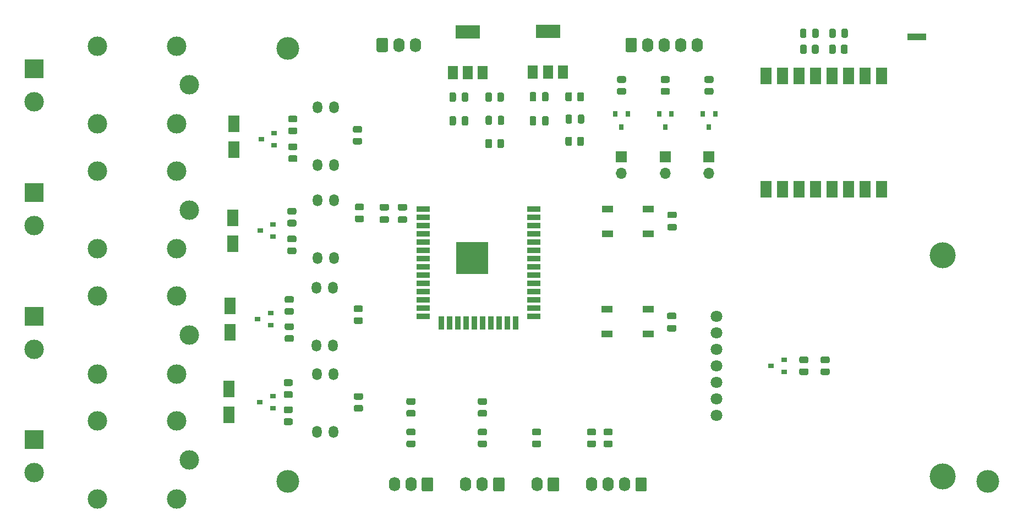
<source format=gbr>
%TF.GenerationSoftware,KiCad,Pcbnew,(5.1.9)-1*%
%TF.CreationDate,2021-07-20T21:45:38-05:00*%
%TF.ProjectId,Control de Gabinetes,436f6e74-726f-46c2-9064-652047616269,rev?*%
%TF.SameCoordinates,Original*%
%TF.FileFunction,Soldermask,Top*%
%TF.FilePolarity,Negative*%
%FSLAX46Y46*%
G04 Gerber Fmt 4.6, Leading zero omitted, Abs format (unit mm)*
G04 Created by KiCad (PCBNEW (5.1.9)-1) date 2021-07-20 21:45:38*
%MOMM*%
%LPD*%
G01*
G04 APERTURE LIST*
%ADD10O,1.450000X1.850000*%
%ADD11R,3.000000X1.000000*%
%ADD12C,3.500000*%
%ADD13C,3.000000*%
%ADD14R,3.000000X3.000000*%
%ADD15C,4.000000*%
%ADD16C,1.800000*%
%ADD17R,1.780000X2.500000*%
%ADD18R,1.800000X2.500000*%
%ADD19R,0.900000X0.800000*%
%ADD20R,0.800000X0.900000*%
%ADD21R,2.000000X0.900000*%
%ADD22R,0.900000X2.000000*%
%ADD23R,5.000000X5.000000*%
%ADD24O,1.740000X2.190000*%
%ADD25O,1.700000X1.700000*%
%ADD26R,1.700000X1.700000*%
%ADD27R,1.700000X1.000000*%
%ADD28R,1.500000X2.000000*%
%ADD29R,3.800000X2.000000*%
G04 APERTURE END LIST*
D10*
%TO.C,U9*%
X114180000Y-103775000D03*
X116720000Y-103775000D03*
X116720000Y-112675000D03*
X114180000Y-112675000D03*
%TD*%
%TO.C,U8*%
X114080000Y-90500000D03*
X116620000Y-90500000D03*
X116620000Y-99400000D03*
X114080000Y-99400000D03*
%TD*%
%TO.C,U7*%
X114230000Y-77050000D03*
X116770000Y-77050000D03*
X116770000Y-85950000D03*
X114230000Y-85950000D03*
%TD*%
%TO.C,U6*%
X114226879Y-62750000D03*
X116766879Y-62750000D03*
X116766879Y-71650000D03*
X114226879Y-71650000D03*
%TD*%
D11*
%TO.C,AE1*%
X206480000Y-51900000D03*
%TD*%
D12*
%TO.C,H3*%
X109700000Y-120300000D03*
%TD*%
%TO.C,H2*%
X217350000Y-120300000D03*
%TD*%
%TO.C,H1*%
X109700000Y-53650000D03*
%TD*%
D13*
%TO.C,J10*%
X70650000Y-119000000D03*
D14*
X70650000Y-113920000D03*
%TD*%
D13*
%TO.C,J9*%
X70650000Y-99976666D03*
D14*
X70650000Y-94896666D03*
%TD*%
D13*
%TO.C,J8*%
X70650000Y-80953333D03*
D14*
X70650000Y-75873333D03*
%TD*%
D13*
%TO.C,J7*%
X70650000Y-61930000D03*
D14*
X70650000Y-56850000D03*
%TD*%
D15*
%TO.C,U5*%
X210400000Y-119550000D03*
X210400000Y-85550000D03*
D16*
X175600000Y-110170000D03*
X175600000Y-107630000D03*
X175600000Y-105090000D03*
X175600000Y-102550000D03*
X175600000Y-100010000D03*
X175600000Y-97470000D03*
X175600000Y-94930000D03*
%TD*%
D13*
%TO.C,K1*%
X94550000Y-59300000D03*
X92550000Y-65300000D03*
X80350000Y-65300000D03*
X80350000Y-53300000D03*
X92550000Y-53300000D03*
%TD*%
D17*
%TO.C,U4*%
X201025000Y-75325000D03*
X198485000Y-75325000D03*
X195945000Y-75325000D03*
X193405000Y-75325000D03*
X190865000Y-75325000D03*
X188325000Y-75325000D03*
X185785000Y-75325000D03*
X183245000Y-75325000D03*
X183245000Y-57875000D03*
X185785000Y-57875000D03*
X188325000Y-57875000D03*
X201025000Y-57875000D03*
X198485000Y-57875000D03*
X190865000Y-57875000D03*
X195945000Y-57875000D03*
X193405000Y-57875000D03*
%TD*%
%TO.C,C8*%
G36*
G01*
X169225000Y-95350000D02*
X168275000Y-95350000D01*
G75*
G02*
X168025000Y-95100000I0J250000D01*
G01*
X168025000Y-94600000D01*
G75*
G02*
X168275000Y-94350000I250000J0D01*
G01*
X169225000Y-94350000D01*
G75*
G02*
X169475000Y-94600000I0J-250000D01*
G01*
X169475000Y-95100000D01*
G75*
G02*
X169225000Y-95350000I-250000J0D01*
G01*
G37*
G36*
G01*
X169225000Y-97250000D02*
X168275000Y-97250000D01*
G75*
G02*
X168025000Y-97000000I0J250000D01*
G01*
X168025000Y-96500000D01*
G75*
G02*
X168275000Y-96250000I250000J0D01*
G01*
X169225000Y-96250000D01*
G75*
G02*
X169475000Y-96500000I0J-250000D01*
G01*
X169475000Y-97000000D01*
G75*
G02*
X169225000Y-97250000I-250000J0D01*
G01*
G37*
%TD*%
%TO.C,C7*%
G36*
G01*
X168325000Y-80700000D02*
X169275000Y-80700000D01*
G75*
G02*
X169525000Y-80950000I0J-250000D01*
G01*
X169525000Y-81450000D01*
G75*
G02*
X169275000Y-81700000I-250000J0D01*
G01*
X168325000Y-81700000D01*
G75*
G02*
X168075000Y-81450000I0J250000D01*
G01*
X168075000Y-80950000D01*
G75*
G02*
X168325000Y-80700000I250000J0D01*
G01*
G37*
G36*
G01*
X168325000Y-78800000D02*
X169275000Y-78800000D01*
G75*
G02*
X169525000Y-79050000I0J-250000D01*
G01*
X169525000Y-79550000D01*
G75*
G02*
X169275000Y-79800000I-250000J0D01*
G01*
X168325000Y-79800000D01*
G75*
G02*
X168075000Y-79550000I0J250000D01*
G01*
X168075000Y-79050000D01*
G75*
G02*
X168325000Y-78800000I250000J0D01*
G01*
G37*
%TD*%
D13*
%TO.C,K3*%
X94550000Y-97766666D03*
X92550000Y-103766666D03*
X80350000Y-103766666D03*
X80350000Y-91766666D03*
X92550000Y-91766666D03*
%TD*%
D18*
%TO.C,D3*%
X101350000Y-69250000D03*
X101350000Y-65250000D03*
%TD*%
D19*
%TO.C,Q2*%
X105583334Y-67637500D03*
X107583334Y-66687500D03*
X107583334Y-68587500D03*
%TD*%
%TO.C,R25*%
G36*
G01*
X109999999Y-65850000D02*
X110900001Y-65850000D01*
G75*
G02*
X111150000Y-66099999I0J-249999D01*
G01*
X111150000Y-66625001D01*
G75*
G02*
X110900001Y-66875000I-249999J0D01*
G01*
X109999999Y-66875000D01*
G75*
G02*
X109750000Y-66625001I0J249999D01*
G01*
X109750000Y-66099999D01*
G75*
G02*
X109999999Y-65850000I249999J0D01*
G01*
G37*
G36*
G01*
X109999999Y-64025000D02*
X110900001Y-64025000D01*
G75*
G02*
X111150000Y-64274999I0J-249999D01*
G01*
X111150000Y-64800001D01*
G75*
G02*
X110900001Y-65050000I-249999J0D01*
G01*
X109999999Y-65050000D01*
G75*
G02*
X109750000Y-64800001I0J249999D01*
G01*
X109750000Y-64274999D01*
G75*
G02*
X109999999Y-64025000I249999J0D01*
G01*
G37*
%TD*%
%TO.C,R21*%
G36*
G01*
X110900001Y-69337500D02*
X109999999Y-69337500D01*
G75*
G02*
X109750000Y-69087501I0J249999D01*
G01*
X109750000Y-68562499D01*
G75*
G02*
X109999999Y-68312500I249999J0D01*
G01*
X110900001Y-68312500D01*
G75*
G02*
X111150000Y-68562499I0J-249999D01*
G01*
X111150000Y-69087501D01*
G75*
G02*
X110900001Y-69337500I-249999J0D01*
G01*
G37*
G36*
G01*
X110900001Y-71162500D02*
X109999999Y-71162500D01*
G75*
G02*
X109750000Y-70912501I0J249999D01*
G01*
X109750000Y-70387499D01*
G75*
G02*
X109999999Y-70137500I249999J0D01*
G01*
X110900001Y-70137500D01*
G75*
G02*
X111150000Y-70387499I0J-249999D01*
G01*
X111150000Y-70912501D01*
G75*
G02*
X110900001Y-71162500I-249999J0D01*
G01*
G37*
%TD*%
D20*
%TO.C,Q8*%
X161025000Y-65750000D03*
X160075000Y-63750000D03*
X161975000Y-63750000D03*
%TD*%
%TO.C,Q7*%
X167750000Y-65750000D03*
X166800000Y-63750000D03*
X168700000Y-63750000D03*
%TD*%
%TO.C,Q6*%
X174475000Y-65750000D03*
X173525000Y-63750000D03*
X175425000Y-63750000D03*
%TD*%
D19*
%TO.C,Q5*%
X105400000Y-108100000D03*
X107400000Y-107150000D03*
X107400000Y-109050000D03*
%TD*%
%TO.C,Q4*%
X105033334Y-95333332D03*
X107033334Y-94383332D03*
X107033334Y-96283332D03*
%TD*%
%TO.C,Q3*%
X105433334Y-81716666D03*
X107433334Y-80766666D03*
X107433334Y-82666666D03*
%TD*%
D21*
%TO.C,U1*%
X147550000Y-78445000D03*
X147550000Y-79715000D03*
X147550000Y-80985000D03*
X147550000Y-82255000D03*
X147550000Y-83525000D03*
X147550000Y-84795000D03*
X147550000Y-86065000D03*
X147550000Y-87335000D03*
X147550000Y-88605000D03*
X147550000Y-89875000D03*
X147550000Y-91145000D03*
X147550000Y-92415000D03*
X147550000Y-93685000D03*
X147550000Y-94955000D03*
D22*
X144765000Y-95955000D03*
X143495000Y-95955000D03*
X142225000Y-95955000D03*
X140955000Y-95955000D03*
X139685000Y-95955000D03*
X138415000Y-95955000D03*
X137145000Y-95955000D03*
X135875000Y-95955000D03*
X134605000Y-95955000D03*
X133335000Y-95955000D03*
D21*
X130550000Y-94955000D03*
X130550000Y-93685000D03*
X130550000Y-92415000D03*
X130550000Y-91145000D03*
X130550000Y-89875000D03*
X130550000Y-88605000D03*
X130550000Y-87335000D03*
X130550000Y-86065000D03*
X130550000Y-84795000D03*
X130550000Y-83525000D03*
X130550000Y-82255000D03*
X130550000Y-80985000D03*
X130550000Y-79715000D03*
X130550000Y-78445000D03*
D23*
X138050000Y-85945000D03*
%TD*%
%TO.C,D8*%
G36*
G01*
X189475000Y-50893750D02*
X189475000Y-51806250D01*
G75*
G02*
X189231250Y-52050000I-243750J0D01*
G01*
X188743750Y-52050000D01*
G75*
G02*
X188500000Y-51806250I0J243750D01*
G01*
X188500000Y-50893750D01*
G75*
G02*
X188743750Y-50650000I243750J0D01*
G01*
X189231250Y-50650000D01*
G75*
G02*
X189475000Y-50893750I0J-243750D01*
G01*
G37*
G36*
G01*
X191350000Y-50893750D02*
X191350000Y-51806250D01*
G75*
G02*
X191106250Y-52050000I-243750J0D01*
G01*
X190618750Y-52050000D01*
G75*
G02*
X190375000Y-51806250I0J243750D01*
G01*
X190375000Y-50893750D01*
G75*
G02*
X190618750Y-50650000I243750J0D01*
G01*
X191106250Y-50650000D01*
G75*
G02*
X191350000Y-50893750I0J-243750D01*
G01*
G37*
%TD*%
%TO.C,D7*%
G36*
G01*
X194875000Y-51806250D02*
X194875000Y-50893750D01*
G75*
G02*
X195118750Y-50650000I243750J0D01*
G01*
X195606250Y-50650000D01*
G75*
G02*
X195850000Y-50893750I0J-243750D01*
G01*
X195850000Y-51806250D01*
G75*
G02*
X195606250Y-52050000I-243750J0D01*
G01*
X195118750Y-52050000D01*
G75*
G02*
X194875000Y-51806250I0J243750D01*
G01*
G37*
G36*
G01*
X193000000Y-51806250D02*
X193000000Y-50893750D01*
G75*
G02*
X193243750Y-50650000I243750J0D01*
G01*
X193731250Y-50650000D01*
G75*
G02*
X193975000Y-50893750I0J-243750D01*
G01*
X193975000Y-51806250D01*
G75*
G02*
X193731250Y-52050000I-243750J0D01*
G01*
X193243750Y-52050000D01*
G75*
G02*
X193000000Y-51806250I0J243750D01*
G01*
G37*
%TD*%
D24*
%TO.C,J6*%
X172655000Y-53150000D03*
X170115000Y-53150000D03*
X167575000Y-53150000D03*
X165035000Y-53150000D03*
G36*
G01*
X161625000Y-53995001D02*
X161625000Y-52304999D01*
G75*
G02*
X161874999Y-52055000I249999J0D01*
G01*
X163115001Y-52055000D01*
G75*
G02*
X163365000Y-52304999I0J-249999D01*
G01*
X163365000Y-53995001D01*
G75*
G02*
X163115001Y-54245000I-249999J0D01*
G01*
X161874999Y-54245000D01*
G75*
G02*
X161625000Y-53995001I0J249999D01*
G01*
G37*
%TD*%
D25*
%TO.C,J13*%
X161025000Y-72890000D03*
D26*
X161025000Y-70350000D03*
%TD*%
D25*
%TO.C,J12*%
X167775000Y-72890000D03*
D26*
X167775000Y-70350000D03*
%TD*%
D25*
%TO.C,J11*%
X174475000Y-72890000D03*
D26*
X174475000Y-70350000D03*
%TD*%
%TO.C,R31*%
G36*
G01*
X161475001Y-58975000D02*
X160574999Y-58975000D01*
G75*
G02*
X160325000Y-58725001I0J249999D01*
G01*
X160325000Y-58199999D01*
G75*
G02*
X160574999Y-57950000I249999J0D01*
G01*
X161475001Y-57950000D01*
G75*
G02*
X161725000Y-58199999I0J-249999D01*
G01*
X161725000Y-58725001D01*
G75*
G02*
X161475001Y-58975000I-249999J0D01*
G01*
G37*
G36*
G01*
X161475001Y-60800000D02*
X160574999Y-60800000D01*
G75*
G02*
X160325000Y-60550001I0J249999D01*
G01*
X160325000Y-60024999D01*
G75*
G02*
X160574999Y-59775000I249999J0D01*
G01*
X161475001Y-59775000D01*
G75*
G02*
X161725000Y-60024999I0J-249999D01*
G01*
X161725000Y-60550001D01*
G75*
G02*
X161475001Y-60800000I-249999J0D01*
G01*
G37*
%TD*%
%TO.C,R30*%
G36*
G01*
X168200001Y-58975000D02*
X167299999Y-58975000D01*
G75*
G02*
X167050000Y-58725001I0J249999D01*
G01*
X167050000Y-58199999D01*
G75*
G02*
X167299999Y-57950000I249999J0D01*
G01*
X168200001Y-57950000D01*
G75*
G02*
X168450000Y-58199999I0J-249999D01*
G01*
X168450000Y-58725001D01*
G75*
G02*
X168200001Y-58975000I-249999J0D01*
G01*
G37*
G36*
G01*
X168200001Y-60800000D02*
X167299999Y-60800000D01*
G75*
G02*
X167050000Y-60550001I0J249999D01*
G01*
X167050000Y-60024999D01*
G75*
G02*
X167299999Y-59775000I249999J0D01*
G01*
X168200001Y-59775000D01*
G75*
G02*
X168450000Y-60024999I0J-249999D01*
G01*
X168450000Y-60550001D01*
G75*
G02*
X168200001Y-60800000I-249999J0D01*
G01*
G37*
%TD*%
%TO.C,R29*%
G36*
G01*
X174925001Y-58975000D02*
X174024999Y-58975000D01*
G75*
G02*
X173775000Y-58725001I0J249999D01*
G01*
X173775000Y-58199999D01*
G75*
G02*
X174024999Y-57950000I249999J0D01*
G01*
X174925001Y-57950000D01*
G75*
G02*
X175175000Y-58199999I0J-249999D01*
G01*
X175175000Y-58725001D01*
G75*
G02*
X174925001Y-58975000I-249999J0D01*
G01*
G37*
G36*
G01*
X174925001Y-60800000D02*
X174024999Y-60800000D01*
G75*
G02*
X173775000Y-60550001I0J249999D01*
G01*
X173775000Y-60024999D01*
G75*
G02*
X174024999Y-59775000I249999J0D01*
G01*
X174925001Y-59775000D01*
G75*
G02*
X175175000Y-60024999I0J-249999D01*
G01*
X175175000Y-60550001D01*
G75*
G02*
X174925001Y-60800000I-249999J0D01*
G01*
G37*
%TD*%
D27*
%TO.C,SW2*%
X165125000Y-97625000D03*
X158825000Y-97625000D03*
X165125000Y-93825000D03*
X158825000Y-93825000D03*
%TD*%
%TO.C,R28*%
G36*
G01*
X109299999Y-106425000D02*
X110200001Y-106425000D01*
G75*
G02*
X110450000Y-106674999I0J-249999D01*
G01*
X110450000Y-107200001D01*
G75*
G02*
X110200001Y-107450000I-249999J0D01*
G01*
X109299999Y-107450000D01*
G75*
G02*
X109050000Y-107200001I0J249999D01*
G01*
X109050000Y-106674999D01*
G75*
G02*
X109299999Y-106425000I249999J0D01*
G01*
G37*
G36*
G01*
X109299999Y-104600000D02*
X110200001Y-104600000D01*
G75*
G02*
X110450000Y-104849999I0J-249999D01*
G01*
X110450000Y-105375001D01*
G75*
G02*
X110200001Y-105625000I-249999J0D01*
G01*
X109299999Y-105625000D01*
G75*
G02*
X109050000Y-105375001I0J249999D01*
G01*
X109050000Y-104849999D01*
G75*
G02*
X109299999Y-104600000I249999J0D01*
G01*
G37*
%TD*%
%TO.C,R27*%
G36*
G01*
X109449999Y-93637500D02*
X110350001Y-93637500D01*
G75*
G02*
X110600000Y-93887499I0J-249999D01*
G01*
X110600000Y-94412501D01*
G75*
G02*
X110350001Y-94662500I-249999J0D01*
G01*
X109449999Y-94662500D01*
G75*
G02*
X109200000Y-94412501I0J249999D01*
G01*
X109200000Y-93887499D01*
G75*
G02*
X109449999Y-93637500I249999J0D01*
G01*
G37*
G36*
G01*
X109449999Y-91812500D02*
X110350001Y-91812500D01*
G75*
G02*
X110600000Y-92062499I0J-249999D01*
G01*
X110600000Y-92587501D01*
G75*
G02*
X110350001Y-92837500I-249999J0D01*
G01*
X109449999Y-92837500D01*
G75*
G02*
X109200000Y-92587501I0J249999D01*
G01*
X109200000Y-92062499D01*
G75*
G02*
X109449999Y-91812500I249999J0D01*
G01*
G37*
%TD*%
%TO.C,R26*%
G36*
G01*
X109849999Y-80050000D02*
X110750001Y-80050000D01*
G75*
G02*
X111000000Y-80299999I0J-249999D01*
G01*
X111000000Y-80825001D01*
G75*
G02*
X110750001Y-81075000I-249999J0D01*
G01*
X109849999Y-81075000D01*
G75*
G02*
X109600000Y-80825001I0J249999D01*
G01*
X109600000Y-80299999D01*
G75*
G02*
X109849999Y-80050000I249999J0D01*
G01*
G37*
G36*
G01*
X109849999Y-78225000D02*
X110750001Y-78225000D01*
G75*
G02*
X111000000Y-78474999I0J-249999D01*
G01*
X111000000Y-79000001D01*
G75*
G02*
X110750001Y-79250000I-249999J0D01*
G01*
X109849999Y-79250000D01*
G75*
G02*
X109600000Y-79000001I0J249999D01*
G01*
X109600000Y-78474999D01*
G75*
G02*
X109849999Y-78225000I249999J0D01*
G01*
G37*
%TD*%
%TO.C,R24*%
G36*
G01*
X110200001Y-109812500D02*
X109299999Y-109812500D01*
G75*
G02*
X109050000Y-109562501I0J249999D01*
G01*
X109050000Y-109037499D01*
G75*
G02*
X109299999Y-108787500I249999J0D01*
G01*
X110200001Y-108787500D01*
G75*
G02*
X110450000Y-109037499I0J-249999D01*
G01*
X110450000Y-109562501D01*
G75*
G02*
X110200001Y-109812500I-249999J0D01*
G01*
G37*
G36*
G01*
X110200001Y-111637500D02*
X109299999Y-111637500D01*
G75*
G02*
X109050000Y-111387501I0J249999D01*
G01*
X109050000Y-110862499D01*
G75*
G02*
X109299999Y-110612500I249999J0D01*
G01*
X110200001Y-110612500D01*
G75*
G02*
X110450000Y-110862499I0J-249999D01*
G01*
X110450000Y-111387501D01*
G75*
G02*
X110200001Y-111637500I-249999J0D01*
G01*
G37*
%TD*%
%TO.C,R23*%
G36*
G01*
X110350001Y-97012500D02*
X109449999Y-97012500D01*
G75*
G02*
X109200000Y-96762501I0J249999D01*
G01*
X109200000Y-96237499D01*
G75*
G02*
X109449999Y-95987500I249999J0D01*
G01*
X110350001Y-95987500D01*
G75*
G02*
X110600000Y-96237499I0J-249999D01*
G01*
X110600000Y-96762501D01*
G75*
G02*
X110350001Y-97012500I-249999J0D01*
G01*
G37*
G36*
G01*
X110350001Y-98837500D02*
X109449999Y-98837500D01*
G75*
G02*
X109200000Y-98587501I0J249999D01*
G01*
X109200000Y-98062499D01*
G75*
G02*
X109449999Y-97812500I249999J0D01*
G01*
X110350001Y-97812500D01*
G75*
G02*
X110600000Y-98062499I0J-249999D01*
G01*
X110600000Y-98587501D01*
G75*
G02*
X110350001Y-98837500I-249999J0D01*
G01*
G37*
%TD*%
%TO.C,R22*%
G36*
G01*
X110750001Y-83512500D02*
X109849999Y-83512500D01*
G75*
G02*
X109600000Y-83262501I0J249999D01*
G01*
X109600000Y-82737499D01*
G75*
G02*
X109849999Y-82487500I249999J0D01*
G01*
X110750001Y-82487500D01*
G75*
G02*
X111000000Y-82737499I0J-249999D01*
G01*
X111000000Y-83262501D01*
G75*
G02*
X110750001Y-83512500I-249999J0D01*
G01*
G37*
G36*
G01*
X110750001Y-85337500D02*
X109849999Y-85337500D01*
G75*
G02*
X109600000Y-85087501I0J249999D01*
G01*
X109600000Y-84562499D01*
G75*
G02*
X109849999Y-84312500I249999J0D01*
G01*
X110750001Y-84312500D01*
G75*
G02*
X111000000Y-84562499I0J-249999D01*
G01*
X111000000Y-85087501D01*
G75*
G02*
X110750001Y-85337500I-249999J0D01*
G01*
G37*
%TD*%
%TO.C,R20*%
G36*
G01*
X120099999Y-108550000D02*
X121000001Y-108550000D01*
G75*
G02*
X121250000Y-108799999I0J-249999D01*
G01*
X121250000Y-109325001D01*
G75*
G02*
X121000001Y-109575000I-249999J0D01*
G01*
X120099999Y-109575000D01*
G75*
G02*
X119850000Y-109325001I0J249999D01*
G01*
X119850000Y-108799999D01*
G75*
G02*
X120099999Y-108550000I249999J0D01*
G01*
G37*
G36*
G01*
X120099999Y-106725000D02*
X121000001Y-106725000D01*
G75*
G02*
X121250000Y-106974999I0J-249999D01*
G01*
X121250000Y-107500001D01*
G75*
G02*
X121000001Y-107750000I-249999J0D01*
G01*
X120099999Y-107750000D01*
G75*
G02*
X119850000Y-107500001I0J249999D01*
G01*
X119850000Y-106974999D01*
G75*
G02*
X120099999Y-106725000I249999J0D01*
G01*
G37*
%TD*%
%TO.C,R19*%
G36*
G01*
X120074999Y-95050000D02*
X120975001Y-95050000D01*
G75*
G02*
X121225000Y-95299999I0J-249999D01*
G01*
X121225000Y-95825001D01*
G75*
G02*
X120975001Y-96075000I-249999J0D01*
G01*
X120074999Y-96075000D01*
G75*
G02*
X119825000Y-95825001I0J249999D01*
G01*
X119825000Y-95299999D01*
G75*
G02*
X120074999Y-95050000I249999J0D01*
G01*
G37*
G36*
G01*
X120074999Y-93225000D02*
X120975001Y-93225000D01*
G75*
G02*
X121225000Y-93474999I0J-249999D01*
G01*
X121225000Y-94000001D01*
G75*
G02*
X120975001Y-94250000I-249999J0D01*
G01*
X120074999Y-94250000D01*
G75*
G02*
X119825000Y-94000001I0J249999D01*
G01*
X119825000Y-93474999D01*
G75*
G02*
X120074999Y-93225000I249999J0D01*
G01*
G37*
%TD*%
%TO.C,R18*%
G36*
G01*
X120249999Y-79400000D02*
X121150001Y-79400000D01*
G75*
G02*
X121400000Y-79649999I0J-249999D01*
G01*
X121400000Y-80175001D01*
G75*
G02*
X121150001Y-80425000I-249999J0D01*
G01*
X120249999Y-80425000D01*
G75*
G02*
X120000000Y-80175001I0J249999D01*
G01*
X120000000Y-79649999D01*
G75*
G02*
X120249999Y-79400000I249999J0D01*
G01*
G37*
G36*
G01*
X120249999Y-77575000D02*
X121150001Y-77575000D01*
G75*
G02*
X121400000Y-77824999I0J-249999D01*
G01*
X121400000Y-78350001D01*
G75*
G02*
X121150001Y-78600000I-249999J0D01*
G01*
X120249999Y-78600000D01*
G75*
G02*
X120000000Y-78350001I0J249999D01*
G01*
X120000000Y-77824999D01*
G75*
G02*
X120249999Y-77575000I249999J0D01*
G01*
G37*
%TD*%
%TO.C,R17*%
G36*
G01*
X119949999Y-67450000D02*
X120850001Y-67450000D01*
G75*
G02*
X121100000Y-67699999I0J-249999D01*
G01*
X121100000Y-68225001D01*
G75*
G02*
X120850001Y-68475000I-249999J0D01*
G01*
X119949999Y-68475000D01*
G75*
G02*
X119700000Y-68225001I0J249999D01*
G01*
X119700000Y-67699999D01*
G75*
G02*
X119949999Y-67450000I249999J0D01*
G01*
G37*
G36*
G01*
X119949999Y-65625000D02*
X120850001Y-65625000D01*
G75*
G02*
X121100000Y-65874999I0J-249999D01*
G01*
X121100000Y-66400001D01*
G75*
G02*
X120850001Y-66650000I-249999J0D01*
G01*
X119949999Y-66650000D01*
G75*
G02*
X119700000Y-66400001I0J249999D01*
G01*
X119700000Y-65874999D01*
G75*
G02*
X119949999Y-65625000I249999J0D01*
G01*
G37*
%TD*%
D13*
%TO.C,K4*%
X94550000Y-117000000D03*
X92550000Y-123000000D03*
X80350000Y-123000000D03*
X80350000Y-111000000D03*
X92550000Y-111000000D03*
%TD*%
%TO.C,K2*%
X94550000Y-78533333D03*
X92550000Y-84533333D03*
X80350000Y-84533333D03*
X80350000Y-72533333D03*
X92550000Y-72533333D03*
%TD*%
D18*
%TO.C,D6*%
X100650000Y-110100000D03*
X100650000Y-106100000D03*
%TD*%
%TO.C,D5*%
X100800000Y-97333332D03*
X100800000Y-93333332D03*
%TD*%
%TO.C,D4*%
X101200000Y-83716666D03*
X101200000Y-79716666D03*
%TD*%
%TO.C,R16*%
G36*
G01*
X189525001Y-102125000D02*
X188624999Y-102125000D01*
G75*
G02*
X188375000Y-101875001I0J249999D01*
G01*
X188375000Y-101349999D01*
G75*
G02*
X188624999Y-101100000I249999J0D01*
G01*
X189525001Y-101100000D01*
G75*
G02*
X189775000Y-101349999I0J-249999D01*
G01*
X189775000Y-101875001D01*
G75*
G02*
X189525001Y-102125000I-249999J0D01*
G01*
G37*
G36*
G01*
X189525001Y-103950000D02*
X188624999Y-103950000D01*
G75*
G02*
X188375000Y-103700001I0J249999D01*
G01*
X188375000Y-103174999D01*
G75*
G02*
X188624999Y-102925000I249999J0D01*
G01*
X189525001Y-102925000D01*
G75*
G02*
X189775000Y-103174999I0J-249999D01*
G01*
X189775000Y-103700001D01*
G75*
G02*
X189525001Y-103950000I-249999J0D01*
G01*
G37*
%TD*%
%TO.C,R15*%
G36*
G01*
X191899999Y-102925000D02*
X192800001Y-102925000D01*
G75*
G02*
X193050000Y-103174999I0J-249999D01*
G01*
X193050000Y-103700001D01*
G75*
G02*
X192800001Y-103950000I-249999J0D01*
G01*
X191899999Y-103950000D01*
G75*
G02*
X191650000Y-103700001I0J249999D01*
G01*
X191650000Y-103174999D01*
G75*
G02*
X191899999Y-102925000I249999J0D01*
G01*
G37*
G36*
G01*
X191899999Y-101100000D02*
X192800001Y-101100000D01*
G75*
G02*
X193050000Y-101349999I0J-249999D01*
G01*
X193050000Y-101875001D01*
G75*
G02*
X192800001Y-102125000I-249999J0D01*
G01*
X191899999Y-102125000D01*
G75*
G02*
X191650000Y-101875001I0J249999D01*
G01*
X191650000Y-101349999D01*
G75*
G02*
X191899999Y-101100000I249999J0D01*
G01*
G37*
%TD*%
D19*
%TO.C,Q1*%
X184050000Y-102525000D03*
X186050000Y-101575000D03*
X186050000Y-103475000D03*
%TD*%
%TO.C,R14*%
G36*
G01*
X189525000Y-53349999D02*
X189525000Y-54250001D01*
G75*
G02*
X189275001Y-54500000I-249999J0D01*
G01*
X188749999Y-54500000D01*
G75*
G02*
X188500000Y-54250001I0J249999D01*
G01*
X188500000Y-53349999D01*
G75*
G02*
X188749999Y-53100000I249999J0D01*
G01*
X189275001Y-53100000D01*
G75*
G02*
X189525000Y-53349999I0J-249999D01*
G01*
G37*
G36*
G01*
X191350000Y-53349999D02*
X191350000Y-54250001D01*
G75*
G02*
X191100001Y-54500000I-249999J0D01*
G01*
X190574999Y-54500000D01*
G75*
G02*
X190325000Y-54250001I0J249999D01*
G01*
X190325000Y-53349999D01*
G75*
G02*
X190574999Y-53100000I249999J0D01*
G01*
X191100001Y-53100000D01*
G75*
G02*
X191350000Y-53349999I0J-249999D01*
G01*
G37*
%TD*%
%TO.C,R13*%
G36*
G01*
X194785000Y-54250001D02*
X194785000Y-53349999D01*
G75*
G02*
X195034999Y-53100000I249999J0D01*
G01*
X195560001Y-53100000D01*
G75*
G02*
X195810000Y-53349999I0J-249999D01*
G01*
X195810000Y-54250001D01*
G75*
G02*
X195560001Y-54500000I-249999J0D01*
G01*
X195034999Y-54500000D01*
G75*
G02*
X194785000Y-54250001I0J249999D01*
G01*
G37*
G36*
G01*
X192960000Y-54250001D02*
X192960000Y-53349999D01*
G75*
G02*
X193209999Y-53100000I249999J0D01*
G01*
X193735001Y-53100000D01*
G75*
G02*
X193985000Y-53349999I0J-249999D01*
G01*
X193985000Y-54250001D01*
G75*
G02*
X193735001Y-54500000I-249999J0D01*
G01*
X193209999Y-54500000D01*
G75*
G02*
X192960000Y-54250001I0J249999D01*
G01*
G37*
%TD*%
D27*
%TO.C,SW1*%
X165175000Y-82225000D03*
X158875000Y-82225000D03*
X165175000Y-78425000D03*
X158875000Y-78425000D03*
%TD*%
%TO.C,R12*%
G36*
G01*
X158499999Y-114025000D02*
X159400001Y-114025000D01*
G75*
G02*
X159650000Y-114274999I0J-249999D01*
G01*
X159650000Y-114800001D01*
G75*
G02*
X159400001Y-115050000I-249999J0D01*
G01*
X158499999Y-115050000D01*
G75*
G02*
X158250000Y-114800001I0J249999D01*
G01*
X158250000Y-114274999D01*
G75*
G02*
X158499999Y-114025000I249999J0D01*
G01*
G37*
G36*
G01*
X158499999Y-112200000D02*
X159400001Y-112200000D01*
G75*
G02*
X159650000Y-112449999I0J-249999D01*
G01*
X159650000Y-112975001D01*
G75*
G02*
X159400001Y-113225000I-249999J0D01*
G01*
X158499999Y-113225000D01*
G75*
G02*
X158250000Y-112975001I0J249999D01*
G01*
X158250000Y-112449999D01*
G75*
G02*
X158499999Y-112200000I249999J0D01*
G01*
G37*
%TD*%
%TO.C,R11*%
G36*
G01*
X155949999Y-114025000D02*
X156850001Y-114025000D01*
G75*
G02*
X157100000Y-114274999I0J-249999D01*
G01*
X157100000Y-114800001D01*
G75*
G02*
X156850001Y-115050000I-249999J0D01*
G01*
X155949999Y-115050000D01*
G75*
G02*
X155700000Y-114800001I0J249999D01*
G01*
X155700000Y-114274999D01*
G75*
G02*
X155949999Y-114025000I249999J0D01*
G01*
G37*
G36*
G01*
X155949999Y-112200000D02*
X156850001Y-112200000D01*
G75*
G02*
X157100000Y-112449999I0J-249999D01*
G01*
X157100000Y-112975001D01*
G75*
G02*
X156850001Y-113225000I-249999J0D01*
G01*
X155949999Y-113225000D01*
G75*
G02*
X155700000Y-112975001I0J249999D01*
G01*
X155700000Y-112449999D01*
G75*
G02*
X155949999Y-112200000I249999J0D01*
G01*
G37*
%TD*%
%TO.C,R9*%
G36*
G01*
X140075001Y-108525000D02*
X139174999Y-108525000D01*
G75*
G02*
X138925000Y-108275001I0J249999D01*
G01*
X138925000Y-107749999D01*
G75*
G02*
X139174999Y-107500000I249999J0D01*
G01*
X140075001Y-107500000D01*
G75*
G02*
X140325000Y-107749999I0J-249999D01*
G01*
X140325000Y-108275001D01*
G75*
G02*
X140075001Y-108525000I-249999J0D01*
G01*
G37*
G36*
G01*
X140075001Y-110350000D02*
X139174999Y-110350000D01*
G75*
G02*
X138925000Y-110100001I0J249999D01*
G01*
X138925000Y-109574999D01*
G75*
G02*
X139174999Y-109325000I249999J0D01*
G01*
X140075001Y-109325000D01*
G75*
G02*
X140325000Y-109574999I0J-249999D01*
G01*
X140325000Y-110100001D01*
G75*
G02*
X140075001Y-110350000I-249999J0D01*
G01*
G37*
%TD*%
%TO.C,R8*%
G36*
G01*
X129075001Y-108525000D02*
X128174999Y-108525000D01*
G75*
G02*
X127925000Y-108275001I0J249999D01*
G01*
X127925000Y-107749999D01*
G75*
G02*
X128174999Y-107500000I249999J0D01*
G01*
X129075001Y-107500000D01*
G75*
G02*
X129325000Y-107749999I0J-249999D01*
G01*
X129325000Y-108275001D01*
G75*
G02*
X129075001Y-108525000I-249999J0D01*
G01*
G37*
G36*
G01*
X129075001Y-110350000D02*
X128174999Y-110350000D01*
G75*
G02*
X127925000Y-110100001I0J249999D01*
G01*
X127925000Y-109574999D01*
G75*
G02*
X128174999Y-109325000I249999J0D01*
G01*
X129075001Y-109325000D01*
G75*
G02*
X129325000Y-109574999I0J-249999D01*
G01*
X129325000Y-110100001D01*
G75*
G02*
X129075001Y-110350000I-249999J0D01*
G01*
G37*
%TD*%
%TO.C,R7*%
G36*
G01*
X129075001Y-113225000D02*
X128174999Y-113225000D01*
G75*
G02*
X127925000Y-112975001I0J249999D01*
G01*
X127925000Y-112449999D01*
G75*
G02*
X128174999Y-112200000I249999J0D01*
G01*
X129075001Y-112200000D01*
G75*
G02*
X129325000Y-112449999I0J-249999D01*
G01*
X129325000Y-112975001D01*
G75*
G02*
X129075001Y-113225000I-249999J0D01*
G01*
G37*
G36*
G01*
X129075001Y-115050000D02*
X128174999Y-115050000D01*
G75*
G02*
X127925000Y-114800001I0J249999D01*
G01*
X127925000Y-114274999D01*
G75*
G02*
X128174999Y-114025000I249999J0D01*
G01*
X129075001Y-114025000D01*
G75*
G02*
X129325000Y-114274999I0J-249999D01*
G01*
X129325000Y-114800001D01*
G75*
G02*
X129075001Y-115050000I-249999J0D01*
G01*
G37*
%TD*%
%TO.C,R6*%
G36*
G01*
X140075001Y-113225000D02*
X139174999Y-113225000D01*
G75*
G02*
X138925000Y-112975001I0J249999D01*
G01*
X138925000Y-112449999D01*
G75*
G02*
X139174999Y-112200000I249999J0D01*
G01*
X140075001Y-112200000D01*
G75*
G02*
X140325000Y-112449999I0J-249999D01*
G01*
X140325000Y-112975001D01*
G75*
G02*
X140075001Y-113225000I-249999J0D01*
G01*
G37*
G36*
G01*
X140075001Y-115050000D02*
X139174999Y-115050000D01*
G75*
G02*
X138925000Y-114800001I0J249999D01*
G01*
X138925000Y-114274999D01*
G75*
G02*
X139174999Y-114025000I249999J0D01*
G01*
X140075001Y-114025000D01*
G75*
G02*
X140325000Y-114274999I0J-249999D01*
G01*
X140325000Y-114800001D01*
G75*
G02*
X140075001Y-115050000I-249999J0D01*
G01*
G37*
%TD*%
%TO.C,R5*%
G36*
G01*
X154210000Y-68425001D02*
X154210000Y-67524999D01*
G75*
G02*
X154459999Y-67275000I249999J0D01*
G01*
X154985001Y-67275000D01*
G75*
G02*
X155235000Y-67524999I0J-249999D01*
G01*
X155235000Y-68425001D01*
G75*
G02*
X154985001Y-68675000I-249999J0D01*
G01*
X154459999Y-68675000D01*
G75*
G02*
X154210000Y-68425001I0J249999D01*
G01*
G37*
G36*
G01*
X152385000Y-68425001D02*
X152385000Y-67524999D01*
G75*
G02*
X152634999Y-67275000I249999J0D01*
G01*
X153160001Y-67275000D01*
G75*
G02*
X153410000Y-67524999I0J-249999D01*
G01*
X153410000Y-68425001D01*
G75*
G02*
X153160001Y-68675000I-249999J0D01*
G01*
X152634999Y-68675000D01*
G75*
G02*
X152385000Y-68425001I0J249999D01*
G01*
G37*
%TD*%
%TO.C,R4*%
G36*
G01*
X141900000Y-68775001D02*
X141900000Y-67874999D01*
G75*
G02*
X142149999Y-67625000I249999J0D01*
G01*
X142675001Y-67625000D01*
G75*
G02*
X142925000Y-67874999I0J-249999D01*
G01*
X142925000Y-68775001D01*
G75*
G02*
X142675001Y-69025000I-249999J0D01*
G01*
X142149999Y-69025000D01*
G75*
G02*
X141900000Y-68775001I0J249999D01*
G01*
G37*
G36*
G01*
X140075000Y-68775001D02*
X140075000Y-67874999D01*
G75*
G02*
X140324999Y-67625000I249999J0D01*
G01*
X140850001Y-67625000D01*
G75*
G02*
X141100000Y-67874999I0J-249999D01*
G01*
X141100000Y-68775001D01*
G75*
G02*
X140850001Y-69025000I-249999J0D01*
G01*
X140324999Y-69025000D01*
G75*
G02*
X140075000Y-68775001I0J249999D01*
G01*
G37*
%TD*%
%TO.C,R3*%
G36*
G01*
X153410000Y-60674999D02*
X153410000Y-61575001D01*
G75*
G02*
X153160001Y-61825000I-249999J0D01*
G01*
X152634999Y-61825000D01*
G75*
G02*
X152385000Y-61575001I0J249999D01*
G01*
X152385000Y-60674999D01*
G75*
G02*
X152634999Y-60425000I249999J0D01*
G01*
X153160001Y-60425000D01*
G75*
G02*
X153410000Y-60674999I0J-249999D01*
G01*
G37*
G36*
G01*
X155235000Y-60674999D02*
X155235000Y-61575001D01*
G75*
G02*
X154985001Y-61825000I-249999J0D01*
G01*
X154459999Y-61825000D01*
G75*
G02*
X154210000Y-61575001I0J249999D01*
G01*
X154210000Y-60674999D01*
G75*
G02*
X154459999Y-60425000I249999J0D01*
G01*
X154985001Y-60425000D01*
G75*
G02*
X155235000Y-60674999I0J-249999D01*
G01*
G37*
%TD*%
%TO.C,R2*%
G36*
G01*
X141900000Y-61625001D02*
X141900000Y-60724999D01*
G75*
G02*
X142149999Y-60475000I249999J0D01*
G01*
X142675001Y-60475000D01*
G75*
G02*
X142925000Y-60724999I0J-249999D01*
G01*
X142925000Y-61625001D01*
G75*
G02*
X142675001Y-61875000I-249999J0D01*
G01*
X142149999Y-61875000D01*
G75*
G02*
X141900000Y-61625001I0J249999D01*
G01*
G37*
G36*
G01*
X140075000Y-61625001D02*
X140075000Y-60724999D01*
G75*
G02*
X140324999Y-60475000I249999J0D01*
G01*
X140850001Y-60475000D01*
G75*
G02*
X141100000Y-60724999I0J-249999D01*
G01*
X141100000Y-61625001D01*
G75*
G02*
X140850001Y-61875000I-249999J0D01*
G01*
X140324999Y-61875000D01*
G75*
G02*
X140075000Y-61625001I0J249999D01*
G01*
G37*
%TD*%
%TO.C,D2*%
G36*
G01*
X154300000Y-65006250D02*
X154300000Y-64093750D01*
G75*
G02*
X154543750Y-63850000I243750J0D01*
G01*
X155031250Y-63850000D01*
G75*
G02*
X155275000Y-64093750I0J-243750D01*
G01*
X155275000Y-65006250D01*
G75*
G02*
X155031250Y-65250000I-243750J0D01*
G01*
X154543750Y-65250000D01*
G75*
G02*
X154300000Y-65006250I0J243750D01*
G01*
G37*
G36*
G01*
X152425000Y-65006250D02*
X152425000Y-64093750D01*
G75*
G02*
X152668750Y-63850000I243750J0D01*
G01*
X153156250Y-63850000D01*
G75*
G02*
X153400000Y-64093750I0J-243750D01*
G01*
X153400000Y-65006250D01*
G75*
G02*
X153156250Y-65250000I-243750J0D01*
G01*
X152668750Y-65250000D01*
G75*
G02*
X152425000Y-65006250I0J243750D01*
G01*
G37*
%TD*%
%TO.C,D1*%
G36*
G01*
X141990000Y-65206250D02*
X141990000Y-64293750D01*
G75*
G02*
X142233750Y-64050000I243750J0D01*
G01*
X142721250Y-64050000D01*
G75*
G02*
X142965000Y-64293750I0J-243750D01*
G01*
X142965000Y-65206250D01*
G75*
G02*
X142721250Y-65450000I-243750J0D01*
G01*
X142233750Y-65450000D01*
G75*
G02*
X141990000Y-65206250I0J243750D01*
G01*
G37*
G36*
G01*
X140115000Y-65206250D02*
X140115000Y-64293750D01*
G75*
G02*
X140358750Y-64050000I243750J0D01*
G01*
X140846250Y-64050000D01*
G75*
G02*
X141090000Y-64293750I0J-243750D01*
G01*
X141090000Y-65206250D01*
G75*
G02*
X140846250Y-65450000I-243750J0D01*
G01*
X140358750Y-65450000D01*
G75*
G02*
X140115000Y-65206250I0J243750D01*
G01*
G37*
%TD*%
%TO.C,C6*%
G36*
G01*
X127800000Y-78625000D02*
X126850000Y-78625000D01*
G75*
G02*
X126600000Y-78375000I0J250000D01*
G01*
X126600000Y-77875000D01*
G75*
G02*
X126850000Y-77625000I250000J0D01*
G01*
X127800000Y-77625000D01*
G75*
G02*
X128050000Y-77875000I0J-250000D01*
G01*
X128050000Y-78375000D01*
G75*
G02*
X127800000Y-78625000I-250000J0D01*
G01*
G37*
G36*
G01*
X127800000Y-80525000D02*
X126850000Y-80525000D01*
G75*
G02*
X126600000Y-80275000I0J250000D01*
G01*
X126600000Y-79775000D01*
G75*
G02*
X126850000Y-79525000I250000J0D01*
G01*
X127800000Y-79525000D01*
G75*
G02*
X128050000Y-79775000I0J-250000D01*
G01*
X128050000Y-80275000D01*
G75*
G02*
X127800000Y-80525000I-250000J0D01*
G01*
G37*
%TD*%
%TO.C,C5*%
G36*
G01*
X124050000Y-79525000D02*
X125000000Y-79525000D01*
G75*
G02*
X125250000Y-79775000I0J-250000D01*
G01*
X125250000Y-80275000D01*
G75*
G02*
X125000000Y-80525000I-250000J0D01*
G01*
X124050000Y-80525000D01*
G75*
G02*
X123800000Y-80275000I0J250000D01*
G01*
X123800000Y-79775000D01*
G75*
G02*
X124050000Y-79525000I250000J0D01*
G01*
G37*
G36*
G01*
X124050000Y-77625000D02*
X125000000Y-77625000D01*
G75*
G02*
X125250000Y-77875000I0J-250000D01*
G01*
X125250000Y-78375000D01*
G75*
G02*
X125000000Y-78625000I-250000J0D01*
G01*
X124050000Y-78625000D01*
G75*
G02*
X123800000Y-78375000I0J250000D01*
G01*
X123800000Y-77875000D01*
G75*
G02*
X124050000Y-77625000I250000J0D01*
G01*
G37*
%TD*%
D28*
%TO.C,U3*%
X147400000Y-57325000D03*
X152000000Y-57325000D03*
X149700000Y-57325000D03*
D29*
X149700000Y-51025000D03*
%TD*%
D28*
%TO.C,U2*%
X135050000Y-57425000D03*
X139650000Y-57425000D03*
X137350000Y-57425000D03*
D29*
X137350000Y-51125000D03*
%TD*%
%TO.C,R1*%
G36*
G01*
X148400001Y-113225000D02*
X147499999Y-113225000D01*
G75*
G02*
X147250000Y-112975001I0J249999D01*
G01*
X147250000Y-112449999D01*
G75*
G02*
X147499999Y-112200000I249999J0D01*
G01*
X148400001Y-112200000D01*
G75*
G02*
X148650000Y-112449999I0J-249999D01*
G01*
X148650000Y-112975001D01*
G75*
G02*
X148400001Y-113225000I-249999J0D01*
G01*
G37*
G36*
G01*
X148400001Y-115050000D02*
X147499999Y-115050000D01*
G75*
G02*
X147250000Y-114800001I0J249999D01*
G01*
X147250000Y-114274999D01*
G75*
G02*
X147499999Y-114025000I249999J0D01*
G01*
X148400001Y-114025000D01*
G75*
G02*
X148650000Y-114274999I0J-249999D01*
G01*
X148650000Y-114800001D01*
G75*
G02*
X148400001Y-115050000I-249999J0D01*
G01*
G37*
%TD*%
D24*
%TO.C,J5*%
X137063333Y-120775000D03*
X139603333Y-120775000D03*
G36*
G01*
X143013333Y-119929999D02*
X143013333Y-121620001D01*
G75*
G02*
X142763334Y-121870000I-249999J0D01*
G01*
X141523332Y-121870000D01*
G75*
G02*
X141273333Y-121620001I0J249999D01*
G01*
X141273333Y-119929999D01*
G75*
G02*
X141523332Y-119680000I249999J0D01*
G01*
X142763334Y-119680000D01*
G75*
G02*
X143013333Y-119929999I0J-249999D01*
G01*
G37*
%TD*%
%TO.C,J4*%
X156420000Y-120775000D03*
X158960000Y-120775000D03*
X161500000Y-120775000D03*
G36*
G01*
X164910000Y-119929999D02*
X164910000Y-121620001D01*
G75*
G02*
X164660001Y-121870000I-249999J0D01*
G01*
X163419999Y-121870000D01*
G75*
G02*
X163170000Y-121620001I0J249999D01*
G01*
X163170000Y-119929999D01*
G75*
G02*
X163419999Y-119680000I249999J0D01*
G01*
X164660001Y-119680000D01*
G75*
G02*
X164910000Y-119929999I0J-249999D01*
G01*
G37*
%TD*%
%TO.C,J3*%
X126085000Y-120775000D03*
X128625000Y-120775000D03*
G36*
G01*
X132035000Y-119929999D02*
X132035000Y-121620001D01*
G75*
G02*
X131785001Y-121870000I-249999J0D01*
G01*
X130544999Y-121870000D01*
G75*
G02*
X130295000Y-121620001I0J249999D01*
G01*
X130295000Y-119929999D01*
G75*
G02*
X130544999Y-119680000I249999J0D01*
G01*
X131785001Y-119680000D01*
G75*
G02*
X132035000Y-119929999I0J-249999D01*
G01*
G37*
%TD*%
%TO.C,J2*%
X148011666Y-120775000D03*
G36*
G01*
X151421666Y-119929999D02*
X151421666Y-121620001D01*
G75*
G02*
X151171667Y-121870000I-249999J0D01*
G01*
X149931665Y-121870000D01*
G75*
G02*
X149681666Y-121620001I0J249999D01*
G01*
X149681666Y-119929999D01*
G75*
G02*
X149931665Y-119680000I249999J0D01*
G01*
X151171667Y-119680000D01*
G75*
G02*
X151421666Y-119929999I0J-249999D01*
G01*
G37*
%TD*%
%TO.C,J1*%
X129290000Y-53150000D03*
X126750000Y-53150000D03*
G36*
G01*
X123340000Y-53995001D02*
X123340000Y-52304999D01*
G75*
G02*
X123589999Y-52055000I249999J0D01*
G01*
X124830001Y-52055000D01*
G75*
G02*
X125080000Y-52304999I0J-249999D01*
G01*
X125080000Y-53995001D01*
G75*
G02*
X124830001Y-54245000I-249999J0D01*
G01*
X123589999Y-54245000D01*
G75*
G02*
X123340000Y-53995001I0J249999D01*
G01*
G37*
%TD*%
%TO.C,C4*%
G36*
G01*
X135550000Y-60700000D02*
X135550000Y-61650000D01*
G75*
G02*
X135300000Y-61900000I-250000J0D01*
G01*
X134800000Y-61900000D01*
G75*
G02*
X134550000Y-61650000I0J250000D01*
G01*
X134550000Y-60700000D01*
G75*
G02*
X134800000Y-60450000I250000J0D01*
G01*
X135300000Y-60450000D01*
G75*
G02*
X135550000Y-60700000I0J-250000D01*
G01*
G37*
G36*
G01*
X137450000Y-60700000D02*
X137450000Y-61650000D01*
G75*
G02*
X137200000Y-61900000I-250000J0D01*
G01*
X136700000Y-61900000D01*
G75*
G02*
X136450000Y-61650000I0J250000D01*
G01*
X136450000Y-60700000D01*
G75*
G02*
X136700000Y-60450000I250000J0D01*
G01*
X137200000Y-60450000D01*
G75*
G02*
X137450000Y-60700000I0J-250000D01*
G01*
G37*
%TD*%
%TO.C,C3*%
G36*
G01*
X147900000Y-60650000D02*
X147900000Y-61600000D01*
G75*
G02*
X147650000Y-61850000I-250000J0D01*
G01*
X147150000Y-61850000D01*
G75*
G02*
X146900000Y-61600000I0J250000D01*
G01*
X146900000Y-60650000D01*
G75*
G02*
X147150000Y-60400000I250000J0D01*
G01*
X147650000Y-60400000D01*
G75*
G02*
X147900000Y-60650000I0J-250000D01*
G01*
G37*
G36*
G01*
X149800000Y-60650000D02*
X149800000Y-61600000D01*
G75*
G02*
X149550000Y-61850000I-250000J0D01*
G01*
X149050000Y-61850000D01*
G75*
G02*
X148800000Y-61600000I0J250000D01*
G01*
X148800000Y-60650000D01*
G75*
G02*
X149050000Y-60400000I250000J0D01*
G01*
X149550000Y-60400000D01*
G75*
G02*
X149800000Y-60650000I0J-250000D01*
G01*
G37*
%TD*%
%TO.C,C2*%
G36*
G01*
X147900000Y-64350000D02*
X147900000Y-65300000D01*
G75*
G02*
X147650000Y-65550000I-250000J0D01*
G01*
X147150000Y-65550000D01*
G75*
G02*
X146900000Y-65300000I0J250000D01*
G01*
X146900000Y-64350000D01*
G75*
G02*
X147150000Y-64100000I250000J0D01*
G01*
X147650000Y-64100000D01*
G75*
G02*
X147900000Y-64350000I0J-250000D01*
G01*
G37*
G36*
G01*
X149800000Y-64350000D02*
X149800000Y-65300000D01*
G75*
G02*
X149550000Y-65550000I-250000J0D01*
G01*
X149050000Y-65550000D01*
G75*
G02*
X148800000Y-65300000I0J250000D01*
G01*
X148800000Y-64350000D01*
G75*
G02*
X149050000Y-64100000I250000J0D01*
G01*
X149550000Y-64100000D01*
G75*
G02*
X149800000Y-64350000I0J-250000D01*
G01*
G37*
%TD*%
%TO.C,C1*%
G36*
G01*
X135550000Y-64350000D02*
X135550000Y-65300000D01*
G75*
G02*
X135300000Y-65550000I-250000J0D01*
G01*
X134800000Y-65550000D01*
G75*
G02*
X134550000Y-65300000I0J250000D01*
G01*
X134550000Y-64350000D01*
G75*
G02*
X134800000Y-64100000I250000J0D01*
G01*
X135300000Y-64100000D01*
G75*
G02*
X135550000Y-64350000I0J-250000D01*
G01*
G37*
G36*
G01*
X137450000Y-64350000D02*
X137450000Y-65300000D01*
G75*
G02*
X137200000Y-65550000I-250000J0D01*
G01*
X136700000Y-65550000D01*
G75*
G02*
X136450000Y-65300000I0J250000D01*
G01*
X136450000Y-64350000D01*
G75*
G02*
X136700000Y-64100000I250000J0D01*
G01*
X137200000Y-64100000D01*
G75*
G02*
X137450000Y-64350000I0J-250000D01*
G01*
G37*
%TD*%
M02*

</source>
